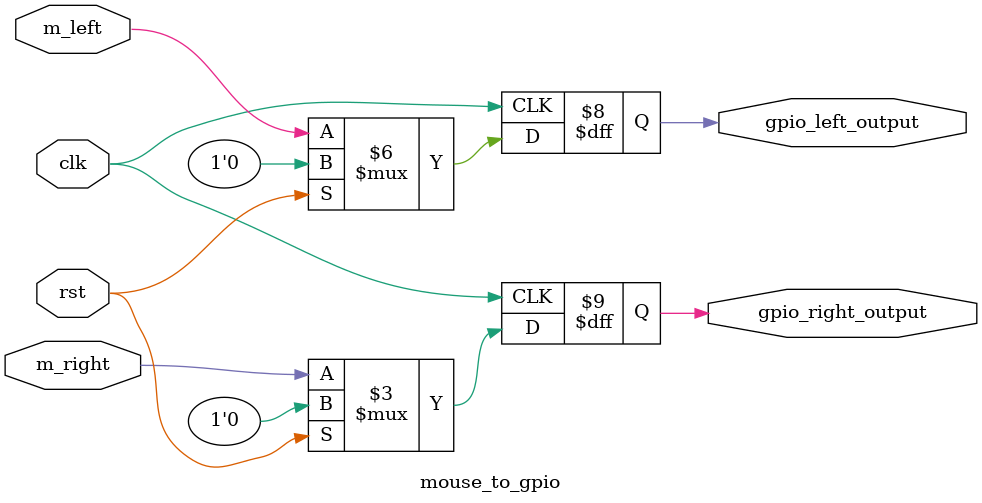
<source format=sv>
module mouse_to_gpio (
    input logic clk,
    input logic rst,
    input logic m_left,   // lewy przycisk myszki
    input logic m_right,  // prawy przycisk myszki
    output logic gpio_left_output,
    output logic gpio_right_output
);

always_ff @(posedge clk) begin
    if (rst) begin
        gpio_left_output <= '0;
        gpio_right_output <= '0;
    end else begin
        gpio_left_output <= m_left;
        gpio_right_output <= m_right;
    end
end

endmodule
</source>
